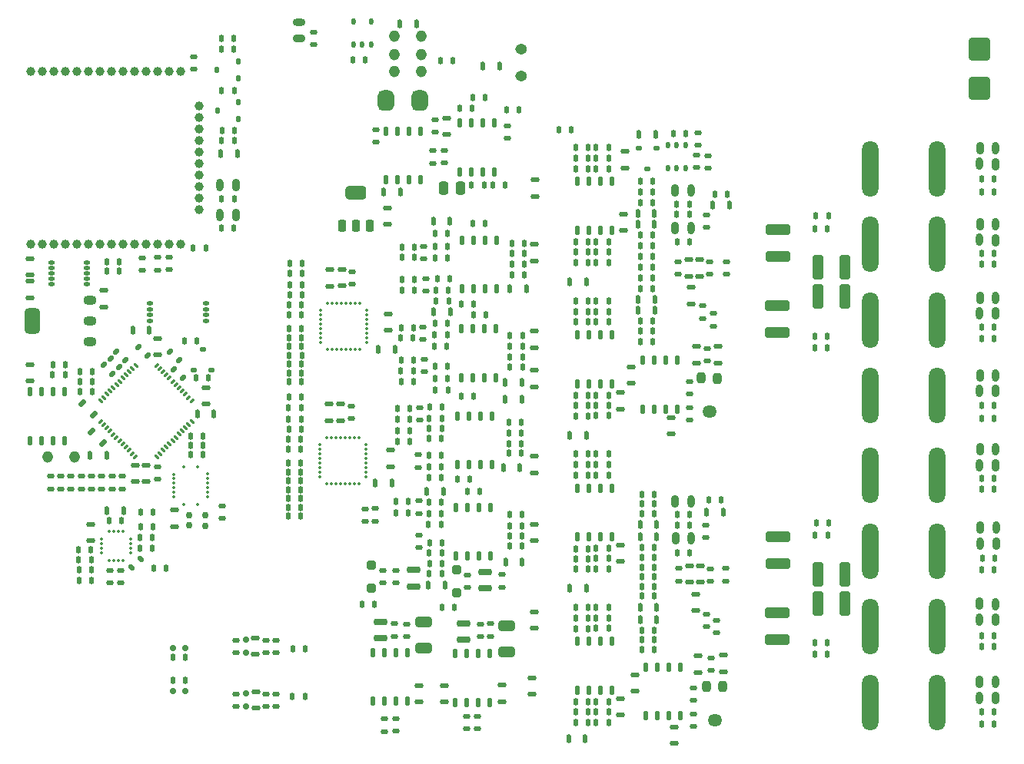
<source format=gbr>
%TF.GenerationSoftware,KiCad,Pcbnew,8.0.3*%
%TF.CreationDate,2024-09-02T13:54:09+02:00*%
%TF.ProjectId,uberamp1,75626572-616d-4703-912e-6b696361645f,rev?*%
%TF.SameCoordinates,Original*%
%TF.FileFunction,Paste,Top*%
%TF.FilePolarity,Positive*%
%FSLAX46Y46*%
G04 Gerber Fmt 4.6, Leading zero omitted, Abs format (unit mm)*
G04 Created by KiCad (PCBNEW 8.0.3) date 2024-09-02 13:54:09*
%MOMM*%
%LPD*%
G01*
G04 APERTURE LIST*
G04 Aperture macros list*
%AMRoundRect*
0 Rectangle with rounded corners*
0 $1 Rounding radius*
0 $2 $3 $4 $5 $6 $7 $8 $9 X,Y pos of 4 corners*
0 Add a 4 corners polygon primitive as box body*
4,1,4,$2,$3,$4,$5,$6,$7,$8,$9,$2,$3,0*
0 Add four circle primitives for the rounded corners*
1,1,$1+$1,$2,$3*
1,1,$1+$1,$4,$5*
1,1,$1+$1,$6,$7*
1,1,$1+$1,$8,$9*
0 Add four rect primitives between the rounded corners*
20,1,$1+$1,$2,$3,$4,$5,0*
20,1,$1+$1,$4,$5,$6,$7,0*
20,1,$1+$1,$6,$7,$8,$9,0*
20,1,$1+$1,$8,$9,$2,$3,0*%
%AMHorizOval*
0 Thick line with rounded ends*
0 $1 width*
0 $2 $3 position (X,Y) of the first rounded end (center of the circle)*
0 $4 $5 position (X,Y) of the second rounded end (center of the circle)*
0 Add line between two ends*
20,1,$1,$2,$3,$4,$5,0*
0 Add two circle primitives to create the rounded ends*
1,1,$1,$2,$3*
1,1,$1,$4,$5*%
G04 Aperture macros list end*
%ADD10RoundRect,0.212000X0.178000X-0.053000X0.178000X0.053000X-0.178000X0.053000X-0.178000X-0.053000X0*%
%ADD11O,0.810000X1.390000*%
%ADD12O,0.870000X1.410000*%
%ADD13RoundRect,0.212000X-0.053000X-0.178000X0.053000X-0.178000X0.053000X0.178000X-0.053000X0.178000X0*%
%ADD14RoundRect,0.210000X-0.220971X-0.146725X-0.146725X-0.220971X0.220971X0.146725X0.146725X0.220971X0*%
%ADD15RoundRect,0.212000X0.053000X0.178000X-0.053000X0.178000X-0.053000X-0.178000X0.053000X-0.178000X0*%
%ADD16RoundRect,0.210000X-0.260000X0.052500X-0.260000X-0.052500X0.260000X-0.052500X0.260000X0.052500X0*%
%ADD17RoundRect,0.181129X0.077627X-0.140127X0.077627X0.140127X-0.077627X0.140127X-0.077627X-0.140127X0*%
%ADD18RoundRect,0.210000X-0.052500X-0.260000X0.052500X-0.260000X0.052500X0.260000X-0.052500X0.260000X0*%
%ADD19O,1.150000X1.300000*%
%ADD20O,0.549996X1.129996*%
%ADD21RoundRect,0.210000X0.220971X0.146725X0.146725X0.220971X-0.220971X-0.146725X-0.146725X-0.220971X0*%
%ADD22RoundRect,0.212000X-0.178000X0.053000X-0.178000X-0.053000X0.178000X-0.053000X0.178000X0.053000X0*%
%ADD23RoundRect,0.228000X0.499500X-0.152000X0.499500X0.152000X-0.499500X0.152000X-0.499500X-0.152000X0*%
%ADD24RoundRect,0.228000X0.504500X-0.152000X0.504500X0.152000X-0.504500X0.152000X-0.504500X-0.152000X0*%
%ADD25RoundRect,0.210000X0.052500X0.260000X-0.052500X0.260000X-0.052500X-0.260000X0.052500X-0.260000X0*%
%ADD26RoundRect,0.150000X-0.150000X-0.200000X0.150000X-0.200000X0.150000X0.200000X-0.150000X0.200000X0*%
%ADD27RoundRect,0.212000X0.163342X0.088388X0.088388X0.163342X-0.163342X-0.088388X-0.088388X-0.163342X0*%
%ADD28RoundRect,0.210000X0.260000X-0.052500X0.260000X0.052500X-0.260000X0.052500X-0.260000X-0.052500X0*%
%ADD29RoundRect,0.402259X-0.100565X0.222741X-0.100565X-0.222741X0.100565X-0.222741X0.100565X0.222741X0*%
%ADD30O,1.589972X1.330000*%
%ADD31RoundRect,0.250000X0.650000X-0.325000X0.650000X0.325000X-0.650000X0.325000X-0.650000X-0.325000X0*%
%ADD32C,1.000000*%
%ADD33O,0.659998X0.769998*%
%ADD34O,1.800000X6.200000*%
%ADD35C,0.350000*%
%ADD36RoundRect,0.212000X-0.088388X0.163342X-0.163342X0.088388X0.088388X-0.163342X0.163342X-0.088388X0*%
%ADD37RoundRect,0.150000X-0.200000X0.150000X-0.200000X-0.150000X0.200000X-0.150000X0.200000X0.150000X0*%
%ADD38O,0.500000X0.740000*%
%ADD39O,1.390000X0.810000*%
%ADD40O,1.410000X0.870000*%
%ADD41O,0.700000X0.450000*%
%ADD42RoundRect,0.250000X0.250000X-0.250000X0.250000X0.250000X-0.250000X0.250000X-0.250000X-0.250000X0*%
%ADD43RoundRect,0.212000X-0.163342X-0.088388X-0.088388X-0.163342X0.163342X0.088388X0.088388X0.163342X0*%
%ADD44RoundRect,0.181129X-0.140127X-0.077627X0.140127X-0.077627X0.140127X0.077627X-0.140127X0.077627X0*%
%ADD45RoundRect,0.250000X-0.325000X-1.100000X0.325000X-1.100000X0.325000X1.100000X-0.325000X1.100000X0*%
%ADD46RoundRect,0.181129X0.140127X0.077627X-0.140127X0.077627X-0.140127X-0.077627X0.140127X-0.077627X0*%
%ADD47RoundRect,0.250000X1.100000X-0.325000X1.100000X0.325000X-1.100000X0.325000X-1.100000X-0.325000X0*%
%ADD48RoundRect,0.250000X-1.100000X0.325000X-1.100000X-0.325000X1.100000X-0.325000X1.100000X0.325000X0*%
%ADD49O,1.300000X1.150000*%
%ADD50RoundRect,0.225000X0.225000X-0.425000X0.225000X0.425000X-0.225000X0.425000X-0.225000X-0.425000X0*%
%ADD51RoundRect,0.381000X-0.762000X-0.381000X0.762000X-0.381000X0.762000X0.381000X-0.762000X0.381000X0*%
%ADD52RoundRect,0.250000X-0.900000X1.000000X-0.900000X-1.000000X0.900000X-1.000000X0.900000X1.000000X0*%
%ADD53RoundRect,0.641200X-0.274800X0.501800X-0.274800X-0.501800X0.274800X-0.501800X0.274800X0.501800X0*%
%ADD54HorizOval,0.310000X-0.134350X0.134350X0.134350X-0.134350X0*%
%ADD55HorizOval,0.310000X-0.134350X-0.134350X0.134350X0.134350X0*%
%ADD56O,0.790000X0.440000*%
%ADD57O,1.445000X1.100000*%
%ADD58RoundRect,0.427500X0.427500X0.972500X-0.427500X0.972500X-0.427500X-0.972500X0.427500X-0.972500X0*%
%ADD59RoundRect,0.250000X0.250000X0.475000X-0.250000X0.475000X-0.250000X-0.475000X0.250000X-0.475000X0*%
G04 APERTURE END LIST*
D10*
%TO.C,R211*%
X50780000Y-28295000D03*
X50780000Y-26925000D03*
%TD*%
D11*
%TO.C,D6*%
X125895000Y-48135000D03*
D12*
X124155000Y-48125000D03*
%TD*%
D13*
%TO.C,R243*%
X40645000Y-28810000D03*
X42015000Y-28810000D03*
%TD*%
%TO.C,R173*%
X63465000Y-80000000D03*
X64835000Y-80000000D03*
%TD*%
%TO.C,R7*%
X90785000Y-45910000D03*
X92155000Y-45910000D03*
%TD*%
D14*
%TO.C,C78*%
X25276533Y-67856533D03*
X26563467Y-69143467D03*
%TD*%
D13*
%TO.C,C119*%
X67735000Y-77560000D03*
X69105000Y-77560000D03*
%TD*%
%TO.C,C121*%
X63525000Y-86650000D03*
X64895000Y-86650000D03*
%TD*%
%TO.C,R114*%
X64260000Y-55370000D03*
X65630000Y-55370000D03*
%TD*%
D15*
%TO.C,R18*%
X88125000Y-58747140D03*
X86755000Y-58747140D03*
%TD*%
D13*
%TO.C,R168*%
X72285000Y-72320000D03*
X73655000Y-72320000D03*
%TD*%
D16*
%TO.C,C102*%
X75120000Y-81210000D03*
X75120000Y-83030000D03*
%TD*%
D15*
%TO.C,C33*%
X125695000Y-52540000D03*
X124325000Y-52540000D03*
%TD*%
D17*
%TO.C,Q3*%
X42470000Y-32060000D03*
X40148756Y-31111256D03*
X42470000Y-30160000D03*
%TD*%
D18*
%TO.C,C109*%
X57590000Y-76612651D03*
X59410000Y-76612651D03*
%TD*%
D19*
%TO.C,C142*%
X24445000Y-73805000D03*
X21495000Y-73805000D03*
%TD*%
D16*
%TO.C,C99*%
X75100000Y-64240000D03*
X75100000Y-66060000D03*
%TD*%
D15*
%TO.C,R227*%
X36685000Y-95900000D03*
X35315000Y-95900000D03*
%TD*%
D11*
%TO.C,LED3*%
X92385000Y-82775000D03*
D12*
X90645000Y-82765000D03*
%TD*%
D20*
%TO.C,U8*%
X61124998Y-95320000D03*
X59855000Y-95320000D03*
X58585000Y-95320000D03*
X57315000Y-95320000D03*
X57315000Y-100700000D03*
X58585000Y-100700000D03*
X59855000Y-100700000D03*
X61125000Y-100700000D03*
%TD*%
D13*
%TO.C,R34*%
X77805000Y-37740000D03*
X79175000Y-37740000D03*
%TD*%
D21*
%TO.C,C143*%
X27563467Y-72273467D03*
X26276533Y-70986533D03*
%TD*%
D15*
%TO.C,R100*%
X57465000Y-90040000D03*
X56095000Y-90040000D03*
%TD*%
D13*
%TO.C,R164*%
X63505000Y-73590000D03*
X64875000Y-73590000D03*
%TD*%
D22*
%TO.C,R142*%
X55060000Y-53375000D03*
X55060000Y-54745000D03*
%TD*%
D15*
%TO.C,R88*%
X83265000Y-103033334D03*
X81895000Y-103033334D03*
%TD*%
D23*
%TO.C,C69*%
X69670000Y-88280000D03*
D24*
X69670000Y-86480000D03*
%TD*%
D15*
%TO.C,R62*%
X83265000Y-57730000D03*
X81895000Y-57730000D03*
%TD*%
D18*
%TO.C,C37*%
X86730000Y-81249998D03*
X88550000Y-81249998D03*
%TD*%
D13*
%TO.C,R140*%
X48095000Y-64510000D03*
X49465000Y-64510000D03*
%TD*%
%TO.C,R161*%
X63525000Y-70640000D03*
X64895000Y-70640000D03*
%TD*%
%TO.C,C122*%
X72355000Y-83570000D03*
X73725000Y-83570000D03*
%TD*%
%TO.C,R170*%
X59865000Y-79940000D03*
X61235000Y-79940000D03*
%TD*%
%TO.C,C116*%
X72285000Y-73380000D03*
X73655000Y-73380000D03*
%TD*%
D16*
%TO.C,CU28_3*%
X19540000Y-54420000D03*
X19540000Y-56240000D03*
%TD*%
D15*
%TO.C,R191*%
X23435000Y-63610000D03*
X22065000Y-63610000D03*
%TD*%
D22*
%TO.C,R25*%
X93660000Y-57125000D03*
X93660000Y-58495000D03*
%TD*%
D15*
%TO.C,R90*%
X83265000Y-101873334D03*
X81895000Y-101873334D03*
%TD*%
D13*
%TO.C,R110*%
X64160000Y-51820000D03*
X65530000Y-51820000D03*
%TD*%
D15*
%TO.C,R22*%
X96360000Y-44825000D03*
X94990000Y-44825000D03*
%TD*%
D25*
%TO.C,CRD0*%
X65790000Y-47820000D03*
X63970000Y-47820000D03*
%TD*%
D16*
%TO.C,C2*%
X95330000Y-61620000D03*
X95330000Y-63440000D03*
%TD*%
D22*
%TO.C,C111*%
X62490000Y-68315000D03*
X62490000Y-69685000D03*
%TD*%
D26*
%TO.C,D19*%
X36660000Y-94817500D03*
X35260000Y-94817500D03*
%TD*%
D13*
%TO.C,C138*%
X25025000Y-65470000D03*
X26395000Y-65470000D03*
%TD*%
D15*
%TO.C,C58*%
X107497500Y-81025000D03*
X106127500Y-81025000D03*
%TD*%
D13*
%TO.C,R174*%
X63435000Y-81260000D03*
X64805000Y-81260000D03*
%TD*%
D20*
%TO.C,U5*%
X83664998Y-77206666D03*
X82395000Y-77206666D03*
X81125000Y-77206666D03*
X79855000Y-77206666D03*
X79855000Y-82586666D03*
X81125000Y-82586666D03*
X82395000Y-82586666D03*
X83665000Y-82586666D03*
%TD*%
%TO.C,U3*%
X91187498Y-96945000D03*
X89917500Y-96945000D03*
X88647500Y-96945000D03*
X87377500Y-96945000D03*
X87377500Y-102325000D03*
X88647500Y-102325000D03*
X89917500Y-102325000D03*
X91187500Y-102325000D03*
%TD*%
D15*
%TO.C,R60*%
X83265000Y-56560000D03*
X81895000Y-56560000D03*
%TD*%
D25*
%TO.C,CU20*%
X62110000Y-26020000D03*
X60290000Y-26020000D03*
%TD*%
D10*
%TO.C,C42*%
X93950000Y-82675000D03*
X93950000Y-81305000D03*
%TD*%
%TO.C,R215*%
X31930000Y-53195000D03*
X31930000Y-51825000D03*
%TD*%
D13*
%TO.C,R137*%
X48105000Y-62570000D03*
X49475000Y-62570000D03*
%TD*%
%TO.C,R87*%
X79645000Y-103043334D03*
X81015000Y-103043334D03*
%TD*%
D27*
%TO.C,R192*%
X28604368Y-64594368D03*
X27635632Y-63625632D03*
%TD*%
D13*
%TO.C,C90*%
X67050000Y-56900000D03*
X68420000Y-56900000D03*
%TD*%
D16*
%TO.C,CU23*%
X27710000Y-55430000D03*
X27710000Y-57250000D03*
%TD*%
D10*
%TO.C,R20*%
X94430000Y-53630000D03*
X94430000Y-52260000D03*
%TD*%
D13*
%TO.C,C113*%
X63535000Y-68260000D03*
X64905000Y-68260000D03*
%TD*%
D15*
%TO.C,R40*%
X88325000Y-93963324D03*
X86955000Y-93963324D03*
%TD*%
D13*
%TO.C,R150*%
X47995000Y-79322651D03*
X49365000Y-79322651D03*
%TD*%
D15*
%TO.C,C66*%
X125735000Y-94680000D03*
X124365000Y-94680000D03*
%TD*%
%TO.C,R80*%
X83265000Y-39663334D03*
X81895000Y-39663334D03*
%TD*%
D13*
%TO.C,R213*%
X40675000Y-37750000D03*
X42045000Y-37750000D03*
%TD*%
%TO.C,C91*%
X72625000Y-53670000D03*
X73995000Y-53670000D03*
%TD*%
D28*
%TO.C,CU10*%
X58930000Y-48160000D03*
X58930000Y-46340000D03*
%TD*%
D13*
%TO.C,R180*%
X72355000Y-82510000D03*
X73725000Y-82510000D03*
%TD*%
D15*
%TO.C,R146*%
X49415000Y-70692651D03*
X48045000Y-70692651D03*
%TD*%
D13*
%TO.C,R163*%
X63485000Y-74840000D03*
X64855000Y-74840000D03*
%TD*%
D22*
%TO.C,R151*%
X54900000Y-68175000D03*
X54900000Y-69545000D03*
%TD*%
D13*
%TO.C,R107*%
X60540000Y-50640000D03*
X61910000Y-50640000D03*
%TD*%
D15*
%TO.C,R78*%
X83265000Y-73456666D03*
X81895000Y-73456666D03*
%TD*%
D22*
%TO.C,R233*%
X29715000Y-75920000D03*
X29715000Y-77290000D03*
%TD*%
D25*
%TO.C,C154*%
X29870000Y-79670000D03*
X28050000Y-79670000D03*
%TD*%
D15*
%TO.C,C32*%
X125695000Y-60730000D03*
X124325000Y-60730000D03*
%TD*%
D13*
%TO.C,R122*%
X64110000Y-60350000D03*
X65480000Y-60350000D03*
%TD*%
%TO.C,R109*%
X64190000Y-50560000D03*
X65560000Y-50560000D03*
%TD*%
D10*
%TO.C,R104*%
X59870000Y-103975000D03*
X59870000Y-102605000D03*
%TD*%
D25*
%TO.C,CU30*%
X32700000Y-59810000D03*
X30880000Y-59810000D03*
%TD*%
D15*
%TO.C,R132*%
X49515000Y-55880000D03*
X48145000Y-55880000D03*
%TD*%
D18*
%TO.C,C16*%
X86515000Y-48152856D03*
X88335000Y-48152856D03*
%TD*%
D15*
%TO.C,R17*%
X88125000Y-55232856D03*
X86755000Y-55232856D03*
%TD*%
D11*
%TO.C,D10*%
X124135000Y-91715000D03*
D12*
X125875000Y-91725000D03*
%TD*%
D13*
%TO.C,R165*%
X63525000Y-69500000D03*
X64895000Y-69500000D03*
%TD*%
D15*
%TO.C,R75*%
X66315000Y-90400000D03*
X64945000Y-90400000D03*
%TD*%
D16*
%TO.C,CU22*%
X38940000Y-66110000D03*
X38940000Y-67930000D03*
%TD*%
D13*
%TO.C,R175*%
X63525000Y-84350000D03*
X64895000Y-84350000D03*
%TD*%
%TO.C,R61*%
X79645000Y-57740000D03*
X81015000Y-57740000D03*
%TD*%
D16*
%TO.C,C137*%
X31110000Y-74680000D03*
X31110000Y-76500000D03*
%TD*%
%TO.C,C108*%
X59260000Y-73040000D03*
X59260000Y-74860000D03*
%TD*%
%TO.C,C107*%
X52470000Y-67950000D03*
X52470000Y-69770000D03*
%TD*%
D13*
%TO.C,R129*%
X72405000Y-62770000D03*
X73775000Y-62770000D03*
%TD*%
D15*
%TO.C,R27*%
X125695000Y-59460000D03*
X124325000Y-59460000D03*
%TD*%
D27*
%TO.C,R194*%
X30034368Y-63104368D03*
X29065632Y-62135632D03*
%TD*%
D28*
%TO.C,C133*%
X33590000Y-62530000D03*
X33590000Y-60710000D03*
%TD*%
D13*
%TO.C,R116*%
X64280000Y-56580000D03*
X65650000Y-56580000D03*
%TD*%
D18*
%TO.C,C82*%
X38000000Y-69070000D03*
X39820000Y-69070000D03*
%TD*%
D22*
%TO.C,R237*%
X25192142Y-75920000D03*
X25192142Y-77290000D03*
%TD*%
D16*
%TO.C,C147*%
X44410000Y-99670000D03*
X44410000Y-101490000D03*
%TD*%
D13*
%TO.C,R128*%
X64200000Y-66370000D03*
X65570000Y-66370000D03*
%TD*%
D11*
%TO.C,D12*%
X124125000Y-74690000D03*
D12*
X125865000Y-74700000D03*
%TD*%
D10*
%TO.C,R187*%
X64140000Y-37985000D03*
X64140000Y-36615000D03*
%TD*%
D15*
%TO.C,C5*%
X88110000Y-43410000D03*
X86740000Y-43410000D03*
%TD*%
D13*
%TO.C,R115*%
X64380000Y-54100000D03*
X65750000Y-54100000D03*
%TD*%
D28*
%TO.C,C97*%
X75070000Y-52180000D03*
X75070000Y-50360000D03*
%TD*%
D11*
%TO.C,D8*%
X125895000Y-39760000D03*
D12*
X124155000Y-39750000D03*
%TD*%
D15*
%TO.C,C41*%
X88325000Y-95030000D03*
X86955000Y-95030000D03*
%TD*%
D18*
%TO.C,C47*%
X86730000Y-91689992D03*
X88550000Y-91689992D03*
%TD*%
D13*
%TO.C,R182*%
X72035000Y-35530000D03*
X73405000Y-35530000D03*
%TD*%
%TO.C,R117*%
X72625000Y-52523332D03*
X73995000Y-52523332D03*
%TD*%
D22*
%TO.C,R190*%
X33610000Y-74895000D03*
X33610000Y-76265000D03*
%TD*%
D11*
%TO.C,D9*%
X124135000Y-100350000D03*
D12*
X125875000Y-100360000D03*
%TD*%
D15*
%TO.C,C34*%
X125695000Y-44570000D03*
X124325000Y-44570000D03*
%TD*%
D28*
%TO.C,C81*%
X85090000Y-41895001D03*
X85090000Y-40075001D03*
%TD*%
D13*
%TO.C,R108*%
X72625000Y-51376666D03*
X73995000Y-51376666D03*
%TD*%
%TO.C,R155*%
X47985000Y-76432651D03*
X49355000Y-76432651D03*
%TD*%
%TO.C,R125*%
X64185000Y-63760000D03*
X65555000Y-63760000D03*
%TD*%
D15*
%TO.C,R9*%
X92195000Y-50030000D03*
X90825000Y-50030000D03*
%TD*%
%TO.C,R29*%
X125705000Y-43150000D03*
X124335000Y-43150000D03*
%TD*%
%TO.C,R32*%
X88325000Y-80043332D03*
X86955000Y-80043332D03*
%TD*%
D13*
%TO.C,R120*%
X60395000Y-64280000D03*
X61765000Y-64280000D03*
%TD*%
D22*
%TO.C,R101*%
X59680000Y-92175000D03*
X59680000Y-93545000D03*
%TD*%
D13*
%TO.C,R63*%
X81895000Y-66990000D03*
X83265000Y-66990000D03*
%TD*%
%TO.C,R166*%
X72285000Y-71160000D03*
X73655000Y-71160000D03*
%TD*%
%TO.C,C20*%
X105990000Y-61725000D03*
X107360000Y-61725000D03*
%TD*%
%TO.C,R179*%
X63535000Y-85520000D03*
X64905000Y-85520000D03*
%TD*%
D16*
%TO.C,C13*%
X92980000Y-61620000D03*
X92980000Y-63440000D03*
%TD*%
D13*
%TO.C,R123*%
X64080000Y-61610000D03*
X65450000Y-61610000D03*
%TD*%
D16*
%TO.C,C43*%
X92880000Y-88920000D03*
X92880000Y-90740000D03*
%TD*%
D13*
%TO.C,R186*%
X25015000Y-66540000D03*
X26385000Y-66540000D03*
%TD*%
%TO.C,R58*%
X79645000Y-58910000D03*
X81015000Y-58910000D03*
%TD*%
D22*
%TO.C,R44*%
X94530000Y-95925000D03*
X94530000Y-97295000D03*
%TD*%
D13*
%TO.C,R119*%
X60365000Y-60680000D03*
X61735000Y-60680000D03*
%TD*%
D15*
%TO.C,R14*%
X88125000Y-59918568D03*
X86755000Y-59918568D03*
%TD*%
D13*
%TO.C,R159*%
X60005000Y-72040000D03*
X61375000Y-72040000D03*
%TD*%
D15*
%TO.C,R152*%
X49365000Y-71852651D03*
X47995000Y-71852651D03*
%TD*%
%TO.C,R229*%
X26300000Y-86230000D03*
X24930000Y-86230000D03*
%TD*%
%TO.C,R235*%
X33065000Y-81470000D03*
X31695000Y-81470000D03*
%TD*%
D13*
%TO.C,R54*%
X79645000Y-69250000D03*
X81015000Y-69250000D03*
%TD*%
D28*
%TO.C,CU8*%
X62420000Y-100790000D03*
X62420000Y-98970000D03*
%TD*%
D11*
%TO.C,D1*%
X124125000Y-66495000D03*
D12*
X125865000Y-66505000D03*
%TD*%
D13*
%TO.C,R177*%
X63485000Y-78760000D03*
X64855000Y-78760000D03*
%TD*%
D10*
%TO.C,C126*%
X57640000Y-39085000D03*
X57640000Y-37715000D03*
%TD*%
D25*
%TO.C,CU18_1*%
X71260000Y-30670000D03*
X69440000Y-30670000D03*
%TD*%
D13*
%TO.C,R82*%
X81895000Y-83886666D03*
X83265000Y-83886666D03*
%TD*%
D20*
%TO.C,U16*%
X70429998Y-69260000D03*
X69160000Y-69260000D03*
X67890000Y-69260000D03*
X66620000Y-69260000D03*
X66620000Y-74640000D03*
X67890000Y-74640000D03*
X69160000Y-74640000D03*
X70430000Y-74640000D03*
%TD*%
D29*
%TO.C,RV2*%
X94077500Y-99122500D03*
D30*
X94942493Y-102817500D03*
D29*
X95814652Y-99127500D03*
%TD*%
D31*
%TO.C,C76*%
X62920000Y-94895000D03*
X62920000Y-91945000D03*
%TD*%
D18*
%TO.C,C141*%
X26180000Y-73600000D03*
X28000000Y-73600000D03*
%TD*%
D11*
%TO.C,LED2*%
X92355000Y-48550000D03*
D12*
X90615000Y-48540000D03*
%TD*%
D25*
%TO.C,CU19_0*%
X60350000Y-44590000D03*
X58530000Y-44590000D03*
%TD*%
D15*
%TO.C,R11*%
X88110000Y-44595714D03*
X86740000Y-44595714D03*
%TD*%
D32*
%TO.C,U26*%
X19640000Y-50320000D03*
X20910000Y-50320000D03*
X22180000Y-50320000D03*
X23450000Y-50320000D03*
X24720000Y-50320000D03*
X25990000Y-50320000D03*
X27260000Y-50320000D03*
X28530000Y-50320000D03*
X29800000Y-50320000D03*
X31070000Y-50320000D03*
X32340000Y-50320000D03*
X33610000Y-50320000D03*
X34880000Y-50320000D03*
X36150000Y-50320000D03*
X38170000Y-46510000D03*
X38170000Y-45240000D03*
X38170000Y-43970000D03*
X38170000Y-42700000D03*
X38170000Y-41430000D03*
X38170000Y-40160000D03*
X38170000Y-38890000D03*
X38170000Y-37620000D03*
X38170000Y-36350000D03*
X38170000Y-35080000D03*
X36140000Y-31280000D03*
X34870000Y-31280000D03*
X33600000Y-31280000D03*
X32330000Y-31280000D03*
X31060000Y-31280000D03*
X29790000Y-31280000D03*
X28520000Y-31280000D03*
X27250000Y-31280000D03*
X25980000Y-31280000D03*
X24710000Y-31280000D03*
X23440000Y-31280000D03*
X22170000Y-31280000D03*
X20900000Y-31280000D03*
X19630000Y-31280000D03*
%TD*%
D15*
%TO.C,C144*%
X23410000Y-64750000D03*
X22040000Y-64750000D03*
%TD*%
D33*
%TO.C,U21*%
X37095000Y-81344349D03*
X38874999Y-81359348D03*
X38875000Y-80214349D03*
X37085000Y-80214349D03*
%TD*%
D15*
%TO.C,R67*%
X83265000Y-86136666D03*
X81895000Y-86136666D03*
%TD*%
D34*
%TO.C,C28*%
X119445000Y-58666666D03*
X112105000Y-58666666D03*
%TD*%
D18*
%TO.C,C18*%
X86530000Y-57575712D03*
X88350000Y-57575712D03*
%TD*%
D15*
%TO.C,C21*%
X107485000Y-47200000D03*
X106115000Y-47200000D03*
%TD*%
D13*
%TO.C,C114*%
X72285000Y-69940000D03*
X73655000Y-69940000D03*
%TD*%
D20*
%TO.C,U11*%
X70944998Y-49880000D03*
X69675000Y-49880000D03*
X68405000Y-49880000D03*
X67135000Y-49880000D03*
X67135000Y-55260000D03*
X68405000Y-55260000D03*
X69675000Y-55260000D03*
X70945000Y-55260000D03*
%TD*%
D13*
%TO.C,C93*%
X72405000Y-60390000D03*
X73775000Y-60390000D03*
%TD*%
D11*
%TO.C,D13*%
X125875000Y-98615000D03*
D12*
X124135000Y-98605000D03*
%TD*%
D16*
%TO.C,C103*%
X74830000Y-98130000D03*
X74830000Y-99950000D03*
%TD*%
D13*
%TO.C,R167*%
X63505000Y-76050000D03*
X64875000Y-76050000D03*
%TD*%
D22*
%TO.C,R36*%
X95142500Y-91810000D03*
X95142500Y-93180000D03*
%TD*%
D15*
%TO.C,R97*%
X83265000Y-91523334D03*
X81895000Y-91523334D03*
%TD*%
D35*
%TO.C,U9*%
X51550000Y-57620000D03*
X51550000Y-58120000D03*
X51550000Y-58620000D03*
X51550000Y-59120000D03*
X51550000Y-59620000D03*
X51550000Y-60120000D03*
X51550000Y-60620000D03*
X51550000Y-61120000D03*
X52350000Y-61920000D03*
X52850000Y-61920000D03*
X53350000Y-61920000D03*
X53850000Y-61920000D03*
X54350000Y-61920000D03*
X54850000Y-61920000D03*
X55350000Y-61920000D03*
X55850000Y-61920000D03*
X56650000Y-61120000D03*
X56650000Y-60620000D03*
X56650000Y-60120000D03*
X56650000Y-59620000D03*
X56650000Y-59120000D03*
X56650000Y-58620000D03*
X56650000Y-58120000D03*
X56650000Y-57620000D03*
X55850000Y-56820000D03*
X55350000Y-56820000D03*
X54850000Y-56820000D03*
X54350000Y-56820000D03*
X53850000Y-56820000D03*
X53350000Y-56820000D03*
X52850000Y-56820000D03*
X52350000Y-56820000D03*
%TD*%
D23*
%TO.C,C70*%
X67320000Y-93910000D03*
D24*
X67320000Y-92110000D03*
%TD*%
D13*
%TO.C,R134*%
X48085000Y-59660000D03*
X49455000Y-59660000D03*
%TD*%
D11*
%TO.C,D7*%
X124125000Y-41470000D03*
D12*
X125865000Y-41480000D03*
%TD*%
D36*
%TO.C,R224*%
X31719368Y-85035632D03*
X30750632Y-86004368D03*
%TD*%
D15*
%TO.C,C35*%
X88325000Y-77910000D03*
X86955000Y-77910000D03*
%TD*%
D13*
%TO.C,R1*%
X79645000Y-42013334D03*
X81015000Y-42013334D03*
%TD*%
%TO.C,C115*%
X66595000Y-76240000D03*
X67965000Y-76240000D03*
%TD*%
D22*
%TO.C,R172*%
X57600000Y-79475000D03*
X57600000Y-80845000D03*
%TD*%
D13*
%TO.C,R144*%
X47985000Y-80282651D03*
X49355000Y-80282651D03*
%TD*%
D15*
%TO.C,R154*%
X49395000Y-69592651D03*
X48025000Y-69592651D03*
%TD*%
%TO.C,C68*%
X125695000Y-77360000D03*
X124325000Y-77360000D03*
%TD*%
%TO.C,R195*%
X56465000Y-30010000D03*
X55095000Y-30010000D03*
%TD*%
D16*
%TO.C,CU4*%
X84530000Y-66680000D03*
X84530000Y-68500000D03*
%TD*%
D13*
%TO.C,R91*%
X79645000Y-92703334D03*
X81015000Y-92703334D03*
%TD*%
D22*
%TO.C,R205*%
X45510000Y-99895000D03*
X45510000Y-101265000D03*
%TD*%
%TO.C,R203*%
X42220000Y-93975000D03*
X42220000Y-95345000D03*
%TD*%
D18*
%TO.C,C104*%
X40560000Y-40330000D03*
X42380000Y-40330000D03*
%TD*%
D37*
%TO.C,D21*%
X43310000Y-95350000D03*
X43310000Y-93950000D03*
%TD*%
D16*
%TO.C,C136*%
X32340000Y-74680000D03*
X32340000Y-76500000D03*
%TD*%
D13*
%TO.C,C120*%
X72355000Y-80130000D03*
X73725000Y-80130000D03*
%TD*%
D10*
%TO.C,C160*%
X24061428Y-77290000D03*
X24061428Y-75920000D03*
%TD*%
D38*
%TO.C,U13*%
X89840000Y-41925001D03*
X90790000Y-41925001D03*
X91740000Y-41925001D03*
X91740000Y-39405001D03*
X90790000Y-39405001D03*
X89840000Y-39405001D03*
%TD*%
D13*
%TO.C,R56*%
X79645000Y-68100000D03*
X81015000Y-68100000D03*
%TD*%
D39*
%TO.C,D18*%
X49205000Y-25867499D03*
D40*
X49195000Y-27607499D03*
%TD*%
D13*
%TO.C,C19*%
X105990000Y-60450000D03*
X107360000Y-60450000D03*
%TD*%
D34*
%TO.C,C61*%
X119457500Y-100825000D03*
X112117500Y-100825000D03*
%TD*%
D13*
%TO.C,R178*%
X72355000Y-81350000D03*
X73725000Y-81350000D03*
%TD*%
%TO.C,C139*%
X25045000Y-64380000D03*
X26415000Y-64380000D03*
%TD*%
D10*
%TO.C,R47*%
X94490000Y-87515000D03*
X94490000Y-86145000D03*
%TD*%
%TO.C,R200*%
X94200000Y-41940001D03*
X94200000Y-40570001D03*
%TD*%
D15*
%TO.C,R3*%
X83265000Y-52343334D03*
X81895000Y-52343334D03*
%TD*%
D13*
%TO.C,R89*%
X79645000Y-101893334D03*
X81015000Y-101893334D03*
%TD*%
%TO.C,C88*%
X68325000Y-48050000D03*
X69695000Y-48050000D03*
%TD*%
%TO.C,R106*%
X60500000Y-51790000D03*
X61870000Y-51790000D03*
%TD*%
%TO.C,R138*%
X48085000Y-60640000D03*
X49455000Y-60640000D03*
%TD*%
D37*
%TO.C,D22*%
X43310000Y-101280000D03*
X43310000Y-99880000D03*
%TD*%
D15*
%TO.C,R69*%
X83265000Y-84976666D03*
X81895000Y-84976666D03*
%TD*%
D13*
%TO.C,R121*%
X60410000Y-63100000D03*
X61780000Y-63100000D03*
%TD*%
D16*
%TO.C,C51*%
X93370000Y-85780000D03*
X93370000Y-87600000D03*
%TD*%
D28*
%TO.C,CU3*%
X86172500Y-99625000D03*
X86172500Y-97805000D03*
%TD*%
D41*
%TO.C,U23*%
X25785000Y-54720000D03*
X25785000Y-54130000D03*
X25785000Y-53530000D03*
X25785000Y-52920000D03*
X25785000Y-52320000D03*
X21945000Y-52330000D03*
X21945000Y-52930000D03*
X21945000Y-53530000D03*
X21945000Y-54130000D03*
X21945000Y-54730000D03*
%TD*%
D13*
%TO.C,R4*%
X79645000Y-50103334D03*
X81015000Y-50103334D03*
%TD*%
D18*
%TO.C,CRP1*%
X79022500Y-71420000D03*
X80842500Y-71420000D03*
%TD*%
D28*
%TO.C,C96*%
X75130000Y-45030000D03*
X75130000Y-43210000D03*
%TD*%
D15*
%TO.C,R246*%
X42015000Y-48530000D03*
X40645000Y-48530000D03*
%TD*%
D13*
%TO.C,R118*%
X60405000Y-59530000D03*
X61775000Y-59530000D03*
%TD*%
D10*
%TO.C,C89*%
X63155000Y-55480000D03*
X63155000Y-54110000D03*
%TD*%
D13*
%TO.C,R153*%
X47985000Y-75452651D03*
X49355000Y-75452651D03*
%TD*%
D15*
%TO.C,R50*%
X125735000Y-93470000D03*
X124365000Y-93470000D03*
%TD*%
D11*
%TO.C,LED1*%
X92355000Y-44405000D03*
D12*
X90615000Y-44395000D03*
%TD*%
D13*
%TO.C,R59*%
X79645000Y-56570000D03*
X81015000Y-56570000D03*
%TD*%
%TO.C,R6*%
X81895000Y-50093334D03*
X83265000Y-50093334D03*
%TD*%
%TO.C,C95*%
X72405000Y-63830000D03*
X73775000Y-63830000D03*
%TD*%
D25*
%TO.C,C80*%
X88459999Y-38225001D03*
X86639999Y-38225001D03*
%TD*%
D34*
%TO.C,C27*%
X119445000Y-67000000D03*
X112105000Y-67000000D03*
%TD*%
D13*
%TO.C,R113*%
X60500000Y-54190000D03*
X61870000Y-54190000D03*
%TD*%
%TO.C,R141*%
X48085000Y-65470000D03*
X49455000Y-65470000D03*
%TD*%
D20*
%TO.C,U4*%
X83664998Y-60310000D03*
X82395000Y-60310000D03*
X81125000Y-60310000D03*
X79855000Y-60310000D03*
X79855000Y-65690000D03*
X81125000Y-65690000D03*
X82395000Y-65690000D03*
X83665000Y-65690000D03*
%TD*%
D38*
%TO.C,U25*%
X55200000Y-28305000D03*
X56150000Y-28305000D03*
X57100000Y-28305000D03*
X57100000Y-25785000D03*
X55200000Y-25785000D03*
%TD*%
D15*
%TO.C,R45*%
X95685000Y-78540000D03*
X94315000Y-78540000D03*
%TD*%
%TO.C,C8*%
X88110000Y-51710000D03*
X86740000Y-51710000D03*
%TD*%
D13*
%TO.C,C94*%
X67055000Y-67110000D03*
X68425000Y-67110000D03*
%TD*%
D15*
%TO.C,C67*%
X125755000Y-86210000D03*
X124385000Y-86210000D03*
%TD*%
D13*
%TO.C,R77*%
X79645000Y-73466666D03*
X81015000Y-73466666D03*
%TD*%
D42*
%TO.C,D17*%
X66530000Y-88720000D03*
X66530000Y-86220000D03*
%TD*%
D43*
%TO.C,R197*%
X34985632Y-62155632D03*
X35954368Y-63124368D03*
%TD*%
D35*
%TO.C,U14*%
X51450000Y-72432651D03*
X51450000Y-72932651D03*
X51450000Y-73432651D03*
X51450000Y-73932651D03*
X51450000Y-74432651D03*
X51450000Y-74932651D03*
X51450000Y-75432651D03*
X51450000Y-75932651D03*
X52250000Y-76732651D03*
X52750000Y-76732651D03*
X53250000Y-76732651D03*
X53750000Y-76732651D03*
X54250000Y-76732651D03*
X54750000Y-76732651D03*
X55250000Y-76732651D03*
X55750000Y-76732651D03*
X56550000Y-75932651D03*
X56550000Y-75432651D03*
X56550000Y-74932651D03*
X56550000Y-74432651D03*
X56550000Y-73932651D03*
X56550000Y-73432651D03*
X56550000Y-72932651D03*
X56550000Y-72432651D03*
X55750000Y-71632651D03*
X55250000Y-71632651D03*
X54750000Y-71632651D03*
X54250000Y-71632651D03*
X53750000Y-71632651D03*
X53250000Y-71632651D03*
X52750000Y-71632651D03*
X52250000Y-71632651D03*
%TD*%
D43*
%TO.C,C140*%
X31491264Y-61631264D03*
X32460000Y-62600000D03*
%TD*%
D13*
%TO.C,R157*%
X59995000Y-68440000D03*
X61365000Y-68440000D03*
%TD*%
D15*
%TO.C,C40*%
X88325000Y-87003328D03*
X86955000Y-87003328D03*
%TD*%
D13*
%TO.C,R209*%
X37235000Y-71480000D03*
X38605000Y-71480000D03*
%TD*%
D15*
%TO.C,R12*%
X88110000Y-50524284D03*
X86740000Y-50524284D03*
%TD*%
D18*
%TO.C,C17*%
X86530000Y-56404284D03*
X88350000Y-56404284D03*
%TD*%
D13*
%TO.C,R92*%
X79645000Y-40843334D03*
X81015000Y-40843334D03*
%TD*%
D28*
%TO.C,CU978*%
X53920000Y-54930000D03*
X53920000Y-53110000D03*
%TD*%
D10*
%TO.C,R232*%
X28320000Y-87645000D03*
X28320000Y-86275000D03*
%TD*%
D27*
%TO.C,R198*%
X36369368Y-65074368D03*
X35400632Y-64105632D03*
%TD*%
D22*
%TO.C,R24*%
X94820000Y-57975000D03*
X94820000Y-59345000D03*
%TD*%
%TO.C,R171*%
X56480000Y-79495000D03*
X56480000Y-80865000D03*
%TD*%
%TO.C,R73*%
X69120000Y-92225000D03*
X69120000Y-93595000D03*
%TD*%
D13*
%TO.C,R149*%
X47985000Y-74472651D03*
X49355000Y-74472651D03*
%TD*%
%TO.C,R221*%
X47995000Y-72922651D03*
X49365000Y-72922651D03*
%TD*%
D16*
%TO.C,C48*%
X95940000Y-95650000D03*
X95940000Y-97470000D03*
%TD*%
%TO.C,C11*%
X92120000Y-52035000D03*
X92120000Y-53855000D03*
%TD*%
D13*
%TO.C,R86*%
X79645000Y-100793334D03*
X81015000Y-100793334D03*
%TD*%
D15*
%TO.C,R183*%
X69555000Y-43780000D03*
X68185000Y-43780000D03*
%TD*%
D28*
%TO.C,CU28_4*%
X19560000Y-53720000D03*
X19560000Y-51900000D03*
%TD*%
D10*
%TO.C,C112*%
X62270000Y-74915000D03*
X62270000Y-73545000D03*
%TD*%
D22*
%TO.C,C117*%
X62370000Y-78635000D03*
X62370000Y-80005000D03*
%TD*%
D20*
%TO.C,U15*%
X19540002Y-71980000D03*
X20810000Y-71980000D03*
X22080000Y-71980000D03*
X23350000Y-71980000D03*
X23350000Y-66600000D03*
X22080000Y-66600000D03*
X20810000Y-66600000D03*
X19540000Y-66600000D03*
%TD*%
D18*
%TO.C,C38*%
X86730000Y-82596664D03*
X88550000Y-82596664D03*
%TD*%
D42*
%TO.C,D23*%
X57120000Y-88220000D03*
X57120000Y-85720000D03*
%TD*%
D29*
%TO.C,RV1*%
X93490003Y-65090000D03*
D30*
X94354996Y-68785000D03*
D29*
X95227155Y-65095000D03*
%TD*%
D15*
%TO.C,R236*%
X36675000Y-98440000D03*
X35305000Y-98440000D03*
%TD*%
D44*
%TO.C,Q1*%
X37620000Y-64230000D03*
X38568744Y-61908756D03*
X39520000Y-64230000D03*
%TD*%
D20*
%TO.C,U12*%
X70864998Y-59670000D03*
X69595000Y-59670000D03*
X68325000Y-59670000D03*
X67055000Y-59670000D03*
X67055000Y-65050000D03*
X68325000Y-65050000D03*
X69595000Y-65050000D03*
X70865000Y-65050000D03*
%TD*%
D22*
%TO.C,R202*%
X45520000Y-93965000D03*
X45520000Y-95335000D03*
%TD*%
D34*
%TO.C,C62*%
X119457500Y-92491666D03*
X112117500Y-92491666D03*
%TD*%
D10*
%TO.C,C50*%
X92640000Y-103465000D03*
X92640000Y-102095000D03*
%TD*%
D13*
%TO.C,C86*%
X72625000Y-50230000D03*
X73995000Y-50230000D03*
%TD*%
D22*
%TO.C,C156*%
X29560000Y-86325000D03*
X29560000Y-87695000D03*
%TD*%
D20*
%TO.C,U7*%
X70164998Y-95480000D03*
X68895000Y-95480000D03*
X67625000Y-95480000D03*
X66355000Y-95480000D03*
X66355000Y-100860000D03*
X67625000Y-100860000D03*
X68895000Y-100860000D03*
X70165000Y-100860000D03*
%TD*%
D15*
%TO.C,R206*%
X49825000Y-100150000D03*
X48455000Y-100150000D03*
%TD*%
D13*
%TO.C,R68*%
X79645000Y-84996666D03*
X81015000Y-84996666D03*
%TD*%
D22*
%TO.C,C148*%
X46670000Y-99895000D03*
X46670000Y-101265000D03*
%TD*%
D28*
%TO.C,CU1*%
X84930000Y-48810000D03*
X84930000Y-46990000D03*
%TD*%
D10*
%TO.C,C3*%
X94060000Y-48435000D03*
X94060000Y-47065000D03*
%TD*%
D13*
%TO.C,R220*%
X48095000Y-58110000D03*
X49465000Y-58110000D03*
%TD*%
D18*
%TO.C,CU9*%
X71900000Y-65550000D03*
X73720000Y-65550000D03*
%TD*%
%TO.C,C15*%
X86515000Y-46967142D03*
X88335000Y-46967142D03*
%TD*%
D15*
%TO.C,R39*%
X88325000Y-88069994D03*
X86955000Y-88069994D03*
%TD*%
D18*
%TO.C,CU11*%
X72400000Y-55270000D03*
X74220000Y-55270000D03*
%TD*%
D45*
%TO.C,C59*%
X106337500Y-89925000D03*
X109287500Y-89925000D03*
%TD*%
D13*
%TO.C,R76*%
X79645000Y-39673334D03*
X81015000Y-39673334D03*
%TD*%
%TO.C,R185*%
X37805000Y-65090000D03*
X39175000Y-65090000D03*
%TD*%
%TO.C,C57*%
X106002500Y-95550000D03*
X107372500Y-95550000D03*
%TD*%
D10*
%TO.C,R71*%
X67670000Y-103785000D03*
X67670000Y-102415000D03*
%TD*%
D13*
%TO.C,C54*%
X106002500Y-94275000D03*
X107372500Y-94275000D03*
%TD*%
D28*
%TO.C,CU2*%
X85780003Y-65650000D03*
X85780003Y-63830000D03*
%TD*%
D20*
%TO.C,U18*%
X66855002Y-42360000D03*
X68125000Y-42360000D03*
X69395000Y-42360000D03*
X70665000Y-42360000D03*
X70665000Y-36980000D03*
X69395000Y-36980000D03*
X68125000Y-36980000D03*
X66855000Y-36980000D03*
%TD*%
D15*
%TO.C,R15*%
X88110000Y-45781428D03*
X86740000Y-45781428D03*
%TD*%
D10*
%TO.C,R103*%
X58540000Y-104045000D03*
X58540000Y-102675000D03*
%TD*%
%TO.C,R216*%
X33560000Y-53170000D03*
X33560000Y-51800000D03*
%TD*%
D15*
%TO.C,R240*%
X91755000Y-38135001D03*
X90385000Y-38135001D03*
%TD*%
%TO.C,R148*%
X49395000Y-68362651D03*
X48025000Y-68362651D03*
%TD*%
D13*
%TO.C,C92*%
X68405000Y-58070000D03*
X69775000Y-58070000D03*
%TD*%
D15*
%TO.C,C124*%
X69665000Y-34150000D03*
X68295000Y-34150000D03*
%TD*%
D10*
%TO.C,C9*%
X92180003Y-69705000D03*
X92180003Y-68335000D03*
%TD*%
D46*
%TO.C,Q4*%
X88510000Y-39695001D03*
X87561256Y-42016245D03*
X86610000Y-39695001D03*
%TD*%
D15*
%TO.C,R130*%
X49495000Y-53550000D03*
X48125000Y-53550000D03*
%TD*%
D10*
%TO.C,R21*%
X90960000Y-53630000D03*
X90960000Y-52260000D03*
%TD*%
D15*
%TO.C,C7*%
X88125000Y-61090000D03*
X86755000Y-61090000D03*
%TD*%
D47*
%TO.C,C26*%
X101900000Y-51675000D03*
X101900000Y-48725000D03*
%TD*%
D13*
%TO.C,R169*%
X59865000Y-78715000D03*
X61235000Y-78715000D03*
%TD*%
%TO.C,R176*%
X63545000Y-83230000D03*
X64915000Y-83230000D03*
%TD*%
%TO.C,R112*%
X60550000Y-55360000D03*
X61920000Y-55360000D03*
%TD*%
D16*
%TO.C,C101*%
X75060000Y-90840000D03*
X75060000Y-92660000D03*
%TD*%
D15*
%TO.C,R30*%
X88325000Y-78976666D03*
X86955000Y-78976666D03*
%TD*%
D13*
%TO.C,R66*%
X79645000Y-86146666D03*
X81015000Y-86146666D03*
%TD*%
D45*
%TO.C,C25*%
X106325000Y-56100000D03*
X109275000Y-56100000D03*
%TD*%
D10*
%TO.C,R74*%
X70290000Y-93545000D03*
X70290000Y-92175000D03*
%TD*%
D16*
%TO.C,C77*%
X59010000Y-58000000D03*
X59010000Y-59820000D03*
%TD*%
D13*
%TO.C,R135*%
X48125000Y-52410000D03*
X49495000Y-52410000D03*
%TD*%
D20*
%TO.C,U19*%
X58745002Y-43230000D03*
X60015000Y-43230000D03*
X61285000Y-43230000D03*
X62555000Y-43230000D03*
X62555000Y-37850000D03*
X61285000Y-37850000D03*
X60015000Y-37850000D03*
X58745000Y-37850000D03*
%TD*%
D13*
%TO.C,R105*%
X60425000Y-65490000D03*
X61795000Y-65490000D03*
%TD*%
D10*
%TO.C,C158*%
X28584284Y-77290000D03*
X28584284Y-75920000D03*
%TD*%
D22*
%TO.C,R23*%
X94140000Y-61855000D03*
X94140000Y-63225000D03*
%TD*%
D15*
%TO.C,R219*%
X29395000Y-53310000D03*
X28025000Y-53310000D03*
%TD*%
D13*
%TO.C,R127*%
X72405000Y-61610000D03*
X73775000Y-61610000D03*
%TD*%
D48*
%TO.C,C53*%
X101812500Y-90950000D03*
X101812500Y-93900000D03*
%TD*%
D10*
%TO.C,C73*%
X58370000Y-87665000D03*
X58370000Y-86295000D03*
%TD*%
D13*
%TO.C,R79*%
X79645000Y-74636666D03*
X81015000Y-74636666D03*
%TD*%
D11*
%TO.C,D16*%
X125895000Y-72965000D03*
D12*
X124155000Y-72955000D03*
%TD*%
D18*
%TO.C,CU17*%
X71920000Y-85340000D03*
X73740000Y-85340000D03*
%TD*%
D34*
%TO.C,C63*%
X119457500Y-84158333D03*
X112117500Y-84158333D03*
%TD*%
D13*
%TO.C,C155*%
X28265000Y-80830000D03*
X29635000Y-80830000D03*
%TD*%
D22*
%TO.C,R38*%
X94082500Y-91090000D03*
X94082500Y-92460000D03*
%TD*%
D15*
%TO.C,R55*%
X83265000Y-69240000D03*
X81895000Y-69240000D03*
%TD*%
D13*
%TO.C,R143*%
X47985000Y-78372651D03*
X49355000Y-78372651D03*
%TD*%
D10*
%TO.C,C71*%
X67750000Y-88155000D03*
X67750000Y-86785000D03*
%TD*%
D18*
%TO.C,C46*%
X86730000Y-90343326D03*
X88550000Y-90343326D03*
%TD*%
D13*
%TO.C,R53*%
X79645000Y-67000000D03*
X81015000Y-67000000D03*
%TD*%
D49*
%TO.C,CU18_2*%
X73655000Y-28855000D03*
X73655000Y-31805000D03*
%TD*%
D13*
%TO.C,R225*%
X31655000Y-82680000D03*
X33025000Y-82680000D03*
%TD*%
%TO.C,R5*%
X79645000Y-52353334D03*
X81015000Y-52353334D03*
%TD*%
D19*
%TO.C,C130*%
X59715000Y-29365000D03*
X62665000Y-29365000D03*
%TD*%
D10*
%TO.C,R188*%
X65150000Y-41385000D03*
X65150000Y-40015000D03*
%TD*%
D22*
%TO.C,C84*%
X62800000Y-59455000D03*
X62800000Y-60825000D03*
%TD*%
D17*
%TO.C,Q2*%
X42500000Y-36560000D03*
X40178756Y-35611256D03*
X42500000Y-34660000D03*
%TD*%
D11*
%TO.C,D15*%
X125975000Y-81585000D03*
D12*
X124235000Y-81575000D03*
%TD*%
D15*
%TO.C,R93*%
X83265000Y-40833334D03*
X81895000Y-40833334D03*
%TD*%
D28*
%TO.C,C98*%
X75070000Y-61740000D03*
X75070000Y-59920000D03*
%TD*%
D15*
%TO.C,R26*%
X125695000Y-68120000D03*
X124325000Y-68120000D03*
%TD*%
D28*
%TO.C,C157*%
X26200000Y-83010000D03*
X26200000Y-81190000D03*
%TD*%
D10*
%TO.C,R46*%
X92630000Y-100625000D03*
X92630000Y-99255000D03*
%TD*%
D15*
%TO.C,R35*%
X92225000Y-84360000D03*
X90855000Y-84360000D03*
%TD*%
D16*
%TO.C,C83*%
X52540000Y-53130000D03*
X52540000Y-54950000D03*
%TD*%
D13*
%TO.C,R2*%
X81895000Y-41993334D03*
X83265000Y-41993334D03*
%TD*%
%TO.C,R136*%
X48085000Y-61620000D03*
X49455000Y-61620000D03*
%TD*%
%TO.C,R84*%
X79645000Y-51203334D03*
X81015000Y-51203334D03*
%TD*%
%TO.C,R230*%
X24910000Y-85140000D03*
X26280000Y-85140000D03*
%TD*%
D16*
%TO.C,CR0*%
X90170003Y-69450000D03*
X90170003Y-71270000D03*
%TD*%
D11*
%TO.C,D14*%
X125885000Y-89995000D03*
D12*
X124145000Y-89985000D03*
%TD*%
D19*
%TO.C,C129*%
X59675000Y-31245000D03*
X62625000Y-31245000D03*
%TD*%
D15*
%TO.C,R33*%
X88325000Y-83803330D03*
X86955000Y-83803330D03*
%TD*%
D13*
%TO.C,R162*%
X63505000Y-71740000D03*
X64875000Y-71740000D03*
%TD*%
D15*
%TO.C,C65*%
X125745000Y-103230000D03*
X124375000Y-103230000D03*
%TD*%
D10*
%TO.C,R102*%
X61030000Y-93585000D03*
X61030000Y-92215000D03*
%TD*%
D18*
%TO.C,CRP2*%
X78982500Y-88290000D03*
X80802500Y-88290000D03*
%TD*%
D15*
%TO.C,R210*%
X42025000Y-38920000D03*
X40655000Y-38920000D03*
%TD*%
D31*
%TO.C,C72*%
X72000000Y-95315000D03*
X72000000Y-92365000D03*
%TD*%
D13*
%TO.C,R147*%
X48005000Y-77382651D03*
X49375000Y-77382651D03*
%TD*%
%TO.C,R8*%
X90785000Y-47050000D03*
X92155000Y-47050000D03*
%TD*%
D47*
%TO.C,C60*%
X101912500Y-85500000D03*
X101912500Y-82550000D03*
%TD*%
D16*
%TO.C,CU5*%
X84550000Y-83480000D03*
X84550000Y-85300000D03*
%TD*%
D15*
%TO.C,R16*%
X88110000Y-49338570D03*
X86740000Y-49338570D03*
%TD*%
%TO.C,R52*%
X125695000Y-76140000D03*
X124325000Y-76140000D03*
%TD*%
%TO.C,R231*%
X26240000Y-84010000D03*
X24870000Y-84010000D03*
%TD*%
D23*
%TO.C,C74*%
X61770000Y-88040000D03*
D24*
X61770000Y-86240000D03*
%TD*%
D22*
%TO.C,R214*%
X37560000Y-29675000D03*
X37560000Y-31045000D03*
%TD*%
D13*
%TO.C,R96*%
X79645000Y-91533334D03*
X81015000Y-91533334D03*
%TD*%
D22*
%TO.C,C145*%
X46680000Y-93995000D03*
X46680000Y-95365000D03*
%TD*%
D15*
%TO.C,R41*%
X88325000Y-89136660D03*
X86955000Y-89136660D03*
%TD*%
D25*
%TO.C,C49*%
X95900000Y-79840000D03*
X94080000Y-79840000D03*
%TD*%
D15*
%TO.C,R234*%
X33005000Y-83850000D03*
X31635000Y-83850000D03*
%TD*%
D13*
%TO.C,R228*%
X24955000Y-87410000D03*
X26325000Y-87410000D03*
%TD*%
D10*
%TO.C,R207*%
X40690000Y-80565000D03*
X40690000Y-79195000D03*
%TD*%
D13*
%TO.C,R160*%
X60005000Y-70870000D03*
X61375000Y-70870000D03*
%TD*%
D22*
%TO.C,R242*%
X59870000Y-86325000D03*
X59870000Y-87695000D03*
%TD*%
D13*
%TO.C,R126*%
X64145000Y-59080000D03*
X65515000Y-59080000D03*
%TD*%
D15*
%TO.C,R49*%
X125725000Y-101920000D03*
X124355000Y-101920000D03*
%TD*%
%TO.C,R28*%
X125695000Y-51340000D03*
X124325000Y-51340000D03*
%TD*%
D10*
%TO.C,R181*%
X72090000Y-38625000D03*
X72090000Y-37255000D03*
%TD*%
D15*
%TO.C,C123*%
X68205000Y-35350000D03*
X66835000Y-35350000D03*
%TD*%
D35*
%TO.C,U29*%
X29790000Y-81990000D03*
X29290000Y-81990000D03*
X28790000Y-81990000D03*
X28290000Y-81990000D03*
X27460000Y-82820000D03*
X27460000Y-83320000D03*
X27460000Y-83820000D03*
X27460000Y-84320000D03*
X28290000Y-85160000D03*
X28790000Y-85160000D03*
X29290000Y-85160000D03*
X29790000Y-85160000D03*
X30630000Y-84320000D03*
X30630000Y-83820000D03*
X30630000Y-83320000D03*
X30630000Y-82820000D03*
%TD*%
D11*
%TO.C,LED5*%
X40475000Y-43765000D03*
D12*
X42215000Y-43775000D03*
%TD*%
D18*
%TO.C,C79*%
X57920000Y-61940000D03*
X59740000Y-61940000D03*
%TD*%
D50*
%TO.C,U10*%
X53947500Y-48250000D03*
X55447500Y-48250000D03*
D51*
X55447500Y-44620000D03*
D50*
X56947500Y-48250000D03*
%TD*%
D52*
%TO.C,D24*%
X124090000Y-28840000D03*
X124090000Y-33140000D03*
%TD*%
D18*
%TO.C,CRB1*%
X63430000Y-87900000D03*
X65250000Y-87900000D03*
%TD*%
D10*
%TO.C,R48*%
X90990000Y-87455000D03*
X90990000Y-86085000D03*
%TD*%
D15*
%TO.C,R95*%
X83265000Y-90353334D03*
X81895000Y-90353334D03*
%TD*%
D13*
%TO.C,R10*%
X64765000Y-30070000D03*
X66135000Y-30070000D03*
%TD*%
D27*
%TO.C,R193*%
X29364368Y-63864368D03*
X28395632Y-62895632D03*
%TD*%
D28*
%TO.C,CRB0*%
X65170000Y-100810000D03*
X65170000Y-98990000D03*
%TD*%
D22*
%TO.C,R238*%
X22930714Y-75920000D03*
X22930714Y-77290000D03*
%TD*%
D15*
%TO.C,C22*%
X107385000Y-48600000D03*
X106015000Y-48600000D03*
%TD*%
D13*
%TO.C,R226*%
X31695000Y-79840000D03*
X33065000Y-79840000D03*
%TD*%
D45*
%TO.C,C24*%
X106325000Y-52900000D03*
X109275000Y-52900000D03*
%TD*%
D13*
%TO.C,R208*%
X37225000Y-72500000D03*
X38595000Y-72500000D03*
%TD*%
D16*
%TO.C,C52*%
X92170000Y-85760000D03*
X92170000Y-87580000D03*
%TD*%
%TO.C,CR1*%
X90510000Y-103550000D03*
X90510000Y-105370000D03*
%TD*%
D13*
%TO.C,R65*%
X79645000Y-83896666D03*
X81015000Y-83896666D03*
%TD*%
D15*
%TO.C,R13*%
X88125000Y-54061428D03*
X86755000Y-54061428D03*
%TD*%
D16*
%TO.C,CU19_1*%
X65440000Y-36420000D03*
X65440000Y-38240000D03*
%TD*%
D13*
%TO.C,R70*%
X79645000Y-75806666D03*
X81015000Y-75806666D03*
%TD*%
D10*
%TO.C,C118*%
X62400000Y-83770000D03*
X62400000Y-82400000D03*
%TD*%
D15*
%TO.C,R85*%
X83265000Y-51183334D03*
X81895000Y-51183334D03*
%TD*%
D22*
%TO.C,C12*%
X96240000Y-52285000D03*
X96240000Y-53655000D03*
%TD*%
D25*
%TO.C,CRD1*%
X65840000Y-57800000D03*
X64020000Y-57800000D03*
%TD*%
D34*
%TO.C,C64*%
X119457500Y-75825000D03*
X112117500Y-75825000D03*
%TD*%
D10*
%TO.C,R72*%
X68810000Y-103765000D03*
X68810000Y-102395000D03*
%TD*%
D19*
%TO.C,C131*%
X62665000Y-27415000D03*
X59715000Y-27415000D03*
%TD*%
D53*
%TO.C,L10*%
X62480000Y-34470000D03*
X58760000Y-34470000D03*
%TD*%
D11*
%TO.C,LED4*%
X92345000Y-78695000D03*
D12*
X90605000Y-78685000D03*
%TD*%
D15*
%TO.C,R201*%
X49835000Y-94950000D03*
X48465000Y-94950000D03*
%TD*%
D22*
%TO.C,C87*%
X62935000Y-50565000D03*
X62935000Y-51935000D03*
%TD*%
D10*
%TO.C,C159*%
X26322856Y-77290000D03*
X26322856Y-75920000D03*
%TD*%
D15*
%TO.C,R51*%
X125795000Y-84910000D03*
X124425000Y-84910000D03*
%TD*%
D54*
%TO.C,U22*%
X33497584Y-73744600D03*
X33844066Y-73391047D03*
X34197620Y-73037494D03*
X34551173Y-72683940D03*
X34904727Y-72330387D03*
X35258280Y-71976833D03*
X35611833Y-71623280D03*
X35965387Y-71269727D03*
X36318940Y-70916173D03*
X36672494Y-70562620D03*
X37026047Y-70209066D03*
X37379600Y-69855513D03*
D55*
X37379600Y-67564487D03*
X37026047Y-67210934D03*
X36672494Y-66857380D03*
X36318940Y-66503827D03*
X35965387Y-66150273D03*
X35611833Y-65796720D03*
X35258280Y-65443167D03*
X34904727Y-65089613D03*
X34551173Y-64736060D03*
X34197620Y-64382506D03*
X33844066Y-64028953D03*
X33490513Y-63675400D03*
D54*
X31199487Y-63675400D03*
X30845934Y-64028953D03*
X30492380Y-64382506D03*
X30138827Y-64736060D03*
X29785273Y-65089613D03*
X29431720Y-65443167D03*
X29078167Y-65796720D03*
X28724613Y-66150273D03*
X28371060Y-66503827D03*
X28017506Y-66857380D03*
X27663953Y-67210934D03*
X27310400Y-67564487D03*
D55*
X27296258Y-69869655D03*
X27649811Y-70223209D03*
X28003364Y-70576762D03*
X28356918Y-70930315D03*
X28710471Y-71283869D03*
X29064025Y-71637422D03*
X29417578Y-71990975D03*
X29771131Y-72344529D03*
X30124685Y-72698082D03*
X30478238Y-73051636D03*
X30831791Y-73405189D03*
X31185345Y-73758742D03*
%TD*%
D15*
%TO.C,R31*%
X88325000Y-84869996D03*
X86955000Y-84869996D03*
%TD*%
%TO.C,R57*%
X83265000Y-68080000D03*
X81895000Y-68080000D03*
%TD*%
%TO.C,R42*%
X88325000Y-92896658D03*
X86955000Y-92896658D03*
%TD*%
D28*
%TO.C,CU21*%
X35450000Y-81440000D03*
X35450000Y-79620000D03*
%TD*%
D16*
%TO.C,CU6*%
X84560000Y-100430000D03*
X84560000Y-102250000D03*
%TD*%
%TO.C,C146*%
X44380000Y-93740000D03*
X44380000Y-95560000D03*
%TD*%
D15*
%TO.C,R212*%
X42035000Y-33350000D03*
X40665000Y-33350000D03*
%TD*%
D11*
%TO.C,D4*%
X125895000Y-56270000D03*
D12*
X124155000Y-56260000D03*
%TD*%
D22*
%TO.C,R204*%
X42262500Y-99895000D03*
X42262500Y-101265000D03*
%TD*%
D20*
%TO.C,U2*%
X90795001Y-63120000D03*
X89525003Y-63120000D03*
X88255003Y-63120000D03*
X86985003Y-63120000D03*
X86985003Y-68500000D03*
X88255003Y-68500000D03*
X89525003Y-68500000D03*
X90795003Y-68500000D03*
%TD*%
D15*
%TO.C,R245*%
X42035000Y-45300000D03*
X40665000Y-45300000D03*
%TD*%
D28*
%TO.C,CU14*%
X53770000Y-69770000D03*
X53770000Y-67950000D03*
%TD*%
D45*
%TO.C,C56*%
X106337500Y-86725000D03*
X109287500Y-86725000D03*
%TD*%
D28*
%TO.C,CU7*%
X71530000Y-100740000D03*
X71530000Y-98920000D03*
%TD*%
D10*
%TO.C,R19*%
X92180003Y-66825000D03*
X92180003Y-65455000D03*
%TD*%
D11*
%TO.C,D3*%
X124125000Y-57960000D03*
D12*
X125865000Y-57970000D03*
%TD*%
D25*
%TO.C,CRD3*%
X65060000Y-77540000D03*
X63240000Y-77540000D03*
%TD*%
D16*
%TO.C,C10*%
X93270000Y-52035000D03*
X93270000Y-53855000D03*
%TD*%
D22*
%TO.C,C45*%
X96142500Y-86080000D03*
X96142500Y-87450000D03*
%TD*%
D13*
%TO.C,R64*%
X81895000Y-58890000D03*
X83265000Y-58890000D03*
%TD*%
D11*
%TO.C,D2*%
X125895000Y-64775000D03*
D12*
X124155000Y-64765000D03*
%TD*%
D13*
%TO.C,R145*%
X48065000Y-67182651D03*
X49435000Y-67182651D03*
%TD*%
D16*
%TO.C,C44*%
X93160000Y-95730000D03*
X93160000Y-97550000D03*
%TD*%
D10*
%TO.C,R217*%
X34850000Y-53125000D03*
X34850000Y-51755000D03*
%TD*%
%TO.C,C161*%
X21800000Y-77290000D03*
X21800000Y-75920000D03*
%TD*%
D18*
%TO.C,CU15*%
X71690000Y-74970000D03*
X73510000Y-74970000D03*
%TD*%
D20*
%TO.C,U17*%
X70219998Y-79320000D03*
X68950000Y-79320000D03*
X67680000Y-79320000D03*
X66410000Y-79320000D03*
X66410000Y-84700000D03*
X67680000Y-84700000D03*
X68950000Y-84700000D03*
X70220000Y-84700000D03*
%TD*%
D15*
%TO.C,C55*%
X107397500Y-82425000D03*
X106027500Y-82425000D03*
%TD*%
%TO.C,R239*%
X34505000Y-86040000D03*
X33135000Y-86040000D03*
%TD*%
D16*
%TO.C,C100*%
X75080000Y-73690000D03*
X75080000Y-75510000D03*
%TD*%
D10*
%TO.C,C85*%
X62970000Y-64375000D03*
X62970000Y-63005000D03*
%TD*%
D18*
%TO.C,CRP0*%
X78990000Y-54440000D03*
X80810000Y-54440000D03*
%TD*%
D11*
%TO.C,LED6*%
X40495000Y-47065000D03*
D12*
X42235000Y-47075000D03*
%TD*%
D13*
%TO.C,R43*%
X90825000Y-80160000D03*
X92195000Y-80160000D03*
%TD*%
D34*
%TO.C,C30*%
X119445000Y-42000000D03*
X112105000Y-42000000D03*
%TD*%
D13*
%TO.C,R139*%
X48085000Y-63560000D03*
X49455000Y-63560000D03*
%TD*%
D15*
%TO.C,R184*%
X71865000Y-43790000D03*
X70495000Y-43790000D03*
%TD*%
D16*
%TO.C,C14*%
X92400000Y-55100000D03*
X92400000Y-56920000D03*
%TD*%
D26*
%TO.C,D20*%
X36670000Y-99560000D03*
X35270000Y-99560000D03*
%TD*%
D15*
%TO.C,R218*%
X29385000Y-52240000D03*
X28015000Y-52240000D03*
%TD*%
D13*
%TO.C,R94*%
X79645000Y-90363334D03*
X81015000Y-90363334D03*
%TD*%
D22*
%TO.C,C125*%
X63870000Y-40025000D03*
X63870000Y-41395000D03*
%TD*%
D48*
%TO.C,C23*%
X101800000Y-57125000D03*
X101800000Y-60075000D03*
%TD*%
D13*
%TO.C,R124*%
X64180000Y-65160000D03*
X65550000Y-65160000D03*
%TD*%
D23*
%TO.C,C75*%
X58160000Y-93750000D03*
D24*
X58160000Y-91950000D03*
%TD*%
D18*
%TO.C,CRD2*%
X71910000Y-67400000D03*
X73730000Y-67400000D03*
%TD*%
D13*
%TO.C,R37*%
X90825000Y-81290000D03*
X92195000Y-81290000D03*
%TD*%
%TO.C,R83*%
X81895000Y-75786666D03*
X83265000Y-75786666D03*
%TD*%
D15*
%TO.C,C36*%
X88325000Y-85936662D03*
X86955000Y-85936662D03*
%TD*%
D22*
%TO.C,R199*%
X92970000Y-40520001D03*
X92970000Y-41890001D03*
%TD*%
%TO.C,R223*%
X27453570Y-75920000D03*
X27453570Y-77290000D03*
%TD*%
D15*
%TO.C,C31*%
X125695000Y-69510000D03*
X124325000Y-69510000D03*
%TD*%
D35*
%TO.C,U27*%
X36490000Y-74840000D03*
X35400000Y-75680000D03*
X35420000Y-76170000D03*
X35410000Y-76670000D03*
X35410000Y-77170000D03*
X35410000Y-77670000D03*
X35410000Y-78170000D03*
X36490000Y-79000000D03*
X37990000Y-79010000D03*
X39070000Y-78170000D03*
X39070000Y-77670000D03*
X39070000Y-77170000D03*
X39070000Y-76670000D03*
X39070000Y-76170000D03*
X39070000Y-75670000D03*
X37990000Y-74840000D03*
%TD*%
D22*
%TO.C,R241*%
X71510000Y-86755000D03*
X71510000Y-88125000D03*
%TD*%
D15*
%TO.C,R131*%
X49495000Y-54780000D03*
X48125000Y-54780000D03*
%TD*%
D18*
%TO.C,CRP3*%
X78860000Y-104870000D03*
X80680000Y-104870000D03*
%TD*%
D15*
%TO.C,R81*%
X83265000Y-74626666D03*
X81895000Y-74626666D03*
%TD*%
D20*
%TO.C,U6*%
X83664998Y-94103334D03*
X82395000Y-94103334D03*
X81125000Y-94103334D03*
X79855000Y-94103334D03*
X79855000Y-99483334D03*
X81125000Y-99483334D03*
X82395000Y-99483334D03*
X83665000Y-99483334D03*
%TD*%
D22*
%TO.C,R156*%
X93094407Y-38050001D03*
X93094407Y-39420001D03*
%TD*%
D56*
%TO.C,U30*%
X38930000Y-58805000D03*
X38930000Y-58150000D03*
X38930000Y-57500000D03*
X38930000Y-56850000D03*
X32770000Y-56850000D03*
X32770000Y-57500000D03*
X32770000Y-58150000D03*
X32770000Y-58800000D03*
%TD*%
D11*
%TO.C,D5*%
X124125000Y-49850000D03*
D12*
X125865000Y-49860000D03*
%TD*%
D13*
%TO.C,R111*%
X64185000Y-49150000D03*
X65555000Y-49150000D03*
%TD*%
D34*
%TO.C,C29*%
X119445000Y-50333333D03*
X112105000Y-50333333D03*
%TD*%
D57*
%TO.C,U24*%
X26170000Y-61100000D03*
X26170000Y-58800000D03*
D58*
X19785000Y-58800000D03*
D57*
X26170000Y-56500000D03*
%TD*%
D13*
%TO.C,R98*%
X81895000Y-100783334D03*
X83265000Y-100783334D03*
%TD*%
D15*
%TO.C,R133*%
X49465000Y-57040000D03*
X48095000Y-57040000D03*
%TD*%
D13*
%TO.C,R222*%
X37525000Y-50730000D03*
X38895000Y-50730000D03*
%TD*%
%TO.C,R189*%
X36525000Y-60950000D03*
X37895000Y-60950000D03*
%TD*%
D11*
%TO.C,D11*%
X124195000Y-83330000D03*
D12*
X125935000Y-83340000D03*
%TD*%
D13*
%TO.C,R244*%
X40625000Y-27640000D03*
X41995000Y-27640000D03*
%TD*%
D15*
%TO.C,C6*%
X88125000Y-52890000D03*
X86755000Y-52890000D03*
%TD*%
D25*
%TO.C,C1*%
X96585000Y-45995000D03*
X94765000Y-45995000D03*
%TD*%
D20*
%TO.C,U1*%
X83664998Y-43413334D03*
X82395000Y-43413334D03*
X81125000Y-43413334D03*
X79855000Y-43413334D03*
X79855000Y-48793334D03*
X81125000Y-48793334D03*
X82395000Y-48793334D03*
X83665000Y-48793334D03*
%TD*%
D28*
%TO.C,CU16*%
X19575000Y-65410000D03*
X19575000Y-63590000D03*
%TD*%
D59*
%TO.C,CU18_0*%
X67000000Y-44160000D03*
X65100000Y-44160000D03*
%TD*%
D13*
%TO.C,R158*%
X60015000Y-69650000D03*
X61385000Y-69650000D03*
%TD*%
%TO.C,R99*%
X81895000Y-92683334D03*
X83265000Y-92683334D03*
%TD*%
%TO.C,R196*%
X37210000Y-73510000D03*
X38580000Y-73510000D03*
%TD*%
M02*

</source>
